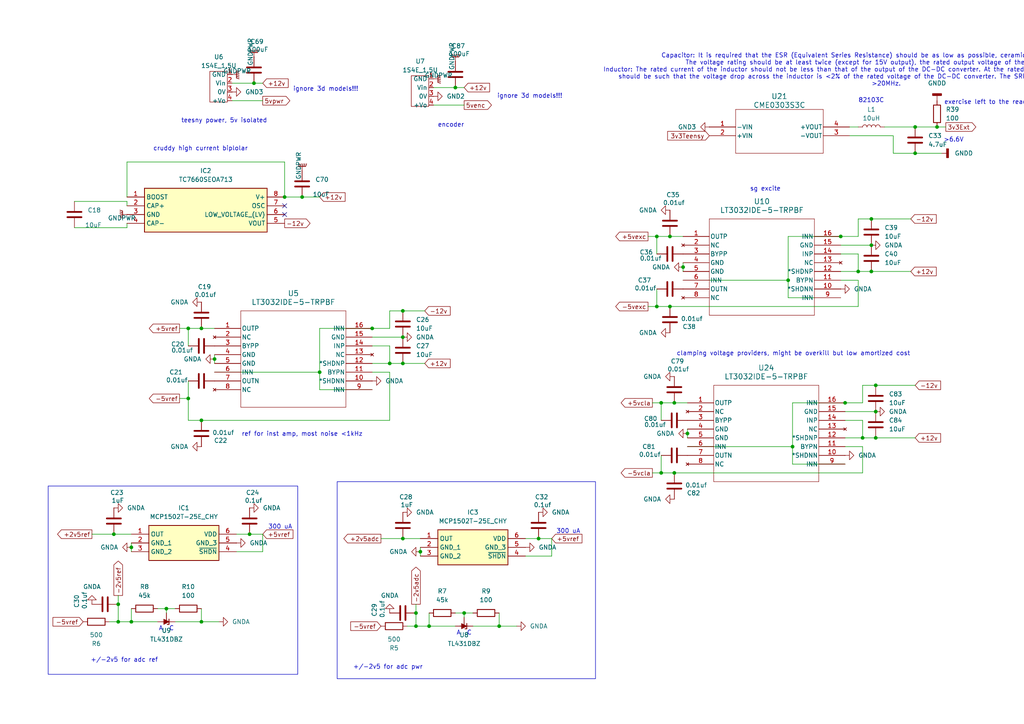
<source format=kicad_sch>
(kicad_sch (version 20231120) (generator "eeschema") (generator_version "8.0")
  (paper "A4")
  (lib_symbols
    (symbol "C_1" (pin_numbers hide) (pin_names (offset 0.254))
      (property "Reference" "C" (at 0.635 2.54 0))
      (property "Value" "C" (at 0.635 -2.54 0))
      (symbol "C_1_0_1"
        (polyline (pts (xy -2.032 -0.762) (xy 2.032 -0.762)) (stroke (width 0.508)))
        (polyline (pts (xy -2.032 0.762) (xy 2.032 0.762)) (stroke (width 0.508)))
      )
      (symbol "C_1_1_1"
        (pin passive line (at 0 3.81 270) (length 2.794) (name "~") (number "1"))
        (pin passive line (at 0 -3.81 90) (length 2.794) (name "~") (number "2"))
      )
    )
    (symbol "Device:C" (pin_numbers hide) (pin_names (offset 0.254))
      (property "Reference" "C" (at 0.635 2.54 0))
      (property "Value" "C" (at 0.635 -2.54 0))
      (symbol "C_0_1"
        (polyline (pts (xy -2.032 -0.762) (xy 2.032 -0.762)) (stroke (width 0.508)))
        (polyline (pts (xy -2.032 0.762) (xy 2.032 0.762)) (stroke (width 0.508)))
      )
      (symbol "C_1_1"
        (pin passive line (at 0 3.81 270) (length 2.794) (name "~") (number "1"))
        (pin passive line (at 0 -3.81 90) (length 2.794) (name "~") (number "2"))
      )
    )
    (symbol "Device:L" (pin_numbers hide) (pin_names (offset 1.016) hide)
      (property "Reference" "L" (at -1.27 0 90))
      (property "Value" "L" (at 1.905 0 90))
      (symbol "L_0_1"
        (arc (start 0 -2.54) (mid 0.6323 -1.905) (end 0 -1.27))
        (arc (start 0 -1.27) (mid 0.6323 -0.635) (end 0 0))
        (arc (start 0 0) (mid 0.6323 0.635) (end 0 1.27))
        (arc (start 0 1.27) (mid 0.6323 1.905) (end 0 2.54))
      )
      (symbol "L_1_1"
        (pin passive line (at 0 3.81 270) (length 1.27) (name "1") (number "1"))
        (pin passive line (at 0 -3.81 90) (length 1.27) (name "2") (number "2"))
      )
    )
    (symbol "Device:R" (pin_numbers hide) (pin_names (offset 0))
      (property "Reference" "R" (at 2.032 0 90))
      (property "Value" "R" (at 0 0 90))
      (symbol "R_0_1"
        (rectangle (start -1.016 -2.54) (end 1.016 2.54) (stroke (width 0.254)))
      )
      (symbol "R_1_1"
        (pin passive line (at 0 3.81 270) (length 1.27) (name "~") (number "1"))
        (pin passive line (at 0 -3.81 90) (length 1.27) (name "~") (number "2"))
      )
    )
    (symbol "GNDA_1" (power) (pin_numbers hide) (pin_names (offset 0) hide)
      (property "Value" "GNDA" (at 0 -3.81 0))
      (symbol "GNDA_1_0_1"
        (polyline (pts (xy 0 0) (xy 0 -1.27) (xy 1.27 -1.27) (xy 0 -2.54) (xy -1.27 -1.27) (xy 0 -1.27)))
      )
      (symbol "GNDA_1_1_1"
        (pin power_in line (at 0 0 270) (length 0) (name "~") (number "1"))
      )
    )
    (symbol "Reference_Voltage:TL431DBZ" (pin_numbers hide) (pin_names hide)
      (property "Reference" "U" (at -2.54 2.54 0))
      (property "Value" "TL431DBZ" (at 0 -2.54 0))
      (symbol "TL431DBZ_0_1"
        (polyline (pts (xy -1.27 0) (xy 0 0) (xy 1.27 0)))
        (polyline (pts (xy -0.762 -0.762) (xy -0.762 0.762) (xy 0.762 0) (xy -0.762 -0.762)) (fill (type outline)))
        (polyline (pts (xy 0.254 -0.762) (xy 0.762 -0.762) (xy 0.762 0.762) (xy 0.762 0.762)) (stroke (width 0.254)))
      )
      (symbol "TL431DBZ_1_1"
        (pin passive line (at 2.54 0 180) (length 2.54) (name "K") (number "1"))
        (pin passive line (at 0 2.54 270) (length 2.54) (name "REF") (number "2"))
        (pin passive line (at -2.54 0 0) (length 2.54) (name "A") (number "3"))
      )
    )
    (symbol "dyno_inst_sym:1S4E_0505S1.5U"
      (property "Reference" "U" (at 0 4.826 0))
      (property "Value" "1S4E_1.5U" (at 0 0 0))
      (symbol "1S4E_0505S1.5U_0_1"
        (rectangle (start -2.6378 3.4211) (end 2.4422 -5.4689))
      )
      (symbol "1S4E_0505S1.5U_1_1"
        (pin power_out line (at 3.81 2.54 180) (length 1.27) (name "GND") (number "1"))
        (pin power_in line (at 3.81 0 180) (length 1.27) (name "Vin") (number "2"))
        (pin power_out line (at 3.81 -2.54 180) (length 1.27) (name "0V") (number "3"))
        (pin power_out line (at 3.81 -5.08 180) (length 1.27) (name "+Vo") (number "4"))
      )
    )
    (symbol "dyno_inst_sym:CME0303S3C" (pin_names (offset 0.254))
      (property "Reference" "U" (at 20.32 10.16 0))
      (property "Value" "CME0303S3C" (at 20.32 7.62 0))
      (symbol "CME0303S3C_0_1"
        (polyline (pts (xy 7.62 -7.62) (xy 33.02 -7.62)) (stroke (width 0.127)))
        (polyline (pts (xy 7.62 5.08) (xy 7.62 -7.62)) (stroke (width 0.127)))
        (polyline (pts (xy 33.02 -7.62) (xy 33.02 5.08)) (stroke (width 0.127)))
        (polyline (pts (xy 33.02 5.08) (xy 7.62 5.08)) (stroke (width 0.127)))
        (pin power_in line (at 0 0 0) (length 7.62) (name "-VIN") (number "1"))
        (pin power_in line (at 0 -2.54 0) (length 7.62) (name "+VIN") (number "2"))
        (pin power_in line (at 40.64 -2.54 180) (length 7.62) (name "-VOUT") (number "3"))
        (pin power_in line (at 40.64 0 180) (length 7.62) (name "+VOUT") (number "4"))
      )
    )
    (symbol "dyno_inst_sym:LT3032IDE-5-TRPBF" (pin_names (offset 0.254))
      (property "Reference" "U" (at 22.86 10.16 0))
      (property "Value" "LT3032IDE-5-TRPBF" (at 22.86 7.62 0))
      (symbol "LT3032IDE-5-TRPBF_0_1"
        (polyline (pts (xy 7.62 -22.86) (xy 38.1 -22.86)) (stroke (width 0.127)))
        (polyline (pts (xy 7.62 5.08) (xy 7.62 -22.86)) (stroke (width 0.127)))
        (polyline (pts (xy 38.1 -22.86) (xy 38.1 5.08)) (stroke (width 0.127)))
        (polyline (pts (xy 38.1 5.08) (xy 7.62 5.08)) (stroke (width 0.127)))
        (pin output line (at 0 0 0) (length 7.62) (name "OUTP") (number "1"))
        (pin input line (at 45.72 -15.24 180) (length 7.62) (name "*SHDNN") (number "10"))
        (pin unspecified line (at 45.72 -12.7 180) (length 7.62) (name "BYPN") (number "11"))
        (pin input line (at 45.72 -10.16 180) (length 7.62) (name "*SHDNP") (number "12"))
        (pin no_connect line (at 45.72 -7.62 180) (length 7.62) (name "NC") (number "13"))
        (pin input line (at 45.72 -5.08 180) (length 7.62) (name "INP") (number "14"))
        (pin power_out line (at 45.72 -2.54 180) (length 7.62) (name "GND") (number "15"))
        (pin input line (at 45.72 0 180) (length 7.62) (name "INN") (number "16"))
        (pin no_connect line (at 0 -2.54 0) (length 7.62) (name "NC") (number "2"))
        (pin unspecified line (at 0 -5.08 0) (length 7.62) (name "BYPP") (number "3"))
        (pin power_out line (at 0 -7.62 0) (length 7.62) (name "GND") (number "4"))
        (pin power_out line (at 0 -10.16 0) (length 7.62) (name "GND") (number "5"))
        (pin input line (at 0 -12.7 0) (length 7.62) (name "INN") (number "6"))
        (pin output line (at 0 -15.24 0) (length 7.62) (name "OUTN") (number "7"))
        (pin no_connect line (at 0 -17.78 0) (length 7.62) (name "NC") (number "8"))
        (pin input line (at 45.72 -17.78 180) (length 7.62) (name "INN") (number "9"))
      )
    )
    (symbol "dyno_inst_sym:MCP1502T-50E_CHY"
      (property "Reference" "IC2" (at 15.24 7.62 0))
      (property "Value" "MCP1502T-25E_CHY" (at 15.24 5.08 0))
      (symbol "MCP1502T-50E_CHY_1_1"
        (rectangle (start 5.08 2.54) (end 25.4 -7.62) (stroke (width 0.254)) (fill (type background)))
        (pin passive line (at 0 0 0) (length 5.08) (name "OUT") (number "1"))
        (pin passive line (at 0 -2.54 0) (length 5.08) (name "GND_1") (number "2"))
        (pin passive line (at 0 -5.08 0) (length 5.08) (name "GND_2") (number "3"))
        (pin passive line (at 30.48 -5.08 180) (length 5.08) (name "~{SHDN}") (number "4"))
        (pin passive line (at 30.48 -2.54 180) (length 5.08) (name "GND_3") (number "5"))
        (pin passive line (at 30.48 0 180) (length 5.08) (name "VDD") (number "6"))
      )
    )
    (symbol "dyno_inst_sym:TC7660SEOA713"
      (property "Reference" "IC" (at 41.91 7.62 0))
      (property "Value" "TC7660SEOA713" (at 41.91 5.08 0))
      (symbol "TC7660SEOA713_1_1"
        (rectangle (start 5.08 2.54) (end 40.64 -10.16) (stroke (width 0.254)) (fill (type background)))
        (pin passive line (at 0 0 0) (length 5.08) (name "BOOST") (number "1"))
        (pin passive line (at 0 -2.54 0) (length 5.08) (name "CAP+") (number "2"))
        (pin passive line (at 0 -5.08 0) (length 5.08) (name "GND") (number "3"))
        (pin passive line (at 0 -7.62 0) (length 5.08) (name "CAP-") (number "4"))
        (pin passive line (at 45.72 -7.62 180) (length 5.08) (name "VOUT") (number "5"))
        (pin passive line (at 45.72 -5.08 180) (length 5.08) (name "LOW_VOLTAGE_(LV)") (number "6"))
        (pin passive line (at 45.72 -2.54 180) (length 5.08) (name "OSC") (number "7"))
        (pin passive line (at 45.72 0 180) (length 5.08) (name "V+") (number "8"))
      )
    )
    (symbol "power:GND2" (power) (pin_numbers hide) (pin_names (offset 0) hide)
      (property "Value" "GND2" (at 0 -3.81 0))
      (symbol "GND2_0_1"
        (polyline (pts (xy 0 0) (xy 0 -1.27) (xy 1.27 -1.27) (xy 0 -2.54) (xy -1.27 -1.27) (xy 0 -1.27)))
      )
      (symbol "GND2_1_1"
        (pin power_in line (at 0 0 270) (length 0) (name "~") (number "1"))
      )
    )
    (symbol "power:GND3" (power) (pin_numbers hide) (pin_names (offset 0) hide)
      (property "Value" "GND3" (at 0 -3.81 0))
      (symbol "GND3_0_1"
        (polyline (pts (xy 0 0) (xy 0 -1.27) (xy 1.27 -1.27) (xy 0 -2.54) (xy -1.27 -1.27) (xy 0 -1.27)))
      )
      (symbol "GND3_1_1"
        (pin power_in line (at 0 0 270) (length 0) (name "~") (number "1"))
      )
    )
    (symbol "power:GNDD" (power) (pin_names (offset 0))
      (property "Value" "GNDD" (at 0 -3.175 0))
      (symbol "GNDD_0_1"
        (rectangle (start -1.27 -1.524) (end 1.27 -2.032) (stroke (width 0.254)) (fill (type outline)))
        (polyline (pts (xy 0 0) (xy 0 -1.524)))
      )
      (symbol "GNDD_1_1"
        (pin power_in line (at 0 0 270) (length 0) hide (name "GNDD") (number "1"))
      )
    )
    (symbol "power:GNDPWR" (power) (pin_numbers hide) (pin_names (offset 0) hide)
      (property "Value" "GNDPWR" (at 0 -3.302 0))
      (symbol "GNDPWR_0_1"
        (polyline (pts (xy 0 -1.27) (xy 0 0)))
        (polyline (pts (xy -1.016 -1.27) (xy -1.27 -2.032) (xy -1.27 -2.032)) (stroke (width 0.2032)))
        (polyline (pts (xy -0.508 -1.27) (xy -0.762 -2.032) (xy -0.762 -2.032)) (stroke (width 0.2032)))
        (polyline (pts (xy 0 -1.27) (xy -0.254 -2.032) (xy -0.254 -2.032)) (stroke (width 0.2032)))
        (polyline (pts (xy 0.508 -1.27) (xy 0.254 -2.032) (xy 0.254 -2.032)) (stroke (width 0.2032)))
        (polyline (pts (xy 1.016 -1.27) (xy -1.016 -1.27) (xy -1.016 -1.27)) (stroke (width 0.2032)))
        (polyline (pts (xy 1.016 -1.27) (xy 0.762 -2.032) (xy 0.762 -2.032) (xy 0.762 -2.032)) (stroke (width 0.2032)))
      )
      (symbol "GNDPWR_1_1"
        (pin power_in line (at 0 0 270) (length 0) (name "~") (number "1"))
      )
    )
  )
  (junction (at 54.61 115.57))
  (junction (at 132.08 25.4))
  (junction (at 254 119.38))
  (junction (at 252.73 63.5))
  (junction (at 265.43 44.45))
  (junction (at 228.6 81.28))
  (junction (at 144.78 181.61))
  (junction (at 107.95 95.25))
  (junction (at 82.55 57.15))
  (junction (at 73.66 24.13))
  (junction (at 199.39 125.73))
  (junction (at 190.5 68.58))
  (junction (at 92.71 107.95))
  (junction (at 58.42 180.34))
  (junction (at 120.65 181.61))
  (junction (at 58.42 121.92))
  (junction (at 134.62 177.8))
  (junction (at 48.26 176.53))
  (junction (at 34.29 180.34))
  (junction (at 120.65 177.8))
  (junction (at 58.42 95.25))
  (junction (at 252.73 71.12))
  (junction (at 248.92 78.74))
  (junction (at 194.31 88.9))
  (junction (at 198.12 77.47))
  (junction (at 116.84 105.41))
  (junction (at 38.1 158.75))
  (junction (at 271.78 36.83))
  (junction (at 254 127))
  (junction (at 229.87 129.54))
  (junction (at 116.84 90.17))
  (junction (at 195.58 116.84))
  (junction (at 191.77 137.16))
  (junction (at 243.84 68.58))
  (junction (at 87.63 57.15))
  (junction (at 34.29 175.26))
  (junction (at 38.1 180.34))
  (junction (at 195.58 137.16))
  (junction (at 156.21 156.21))
  (junction (at 116.84 156.21))
  (junction (at 54.61 95.25))
  (junction (at 124.46 181.61))
  (junction (at 113.03 105.41))
  (junction (at 116.84 97.79))
  (junction (at 72.39 154.94))
  (junction (at 194.31 68.58))
  (junction (at 254 111.76))
  (junction (at 245.11 116.84))
  (junction (at 265.43 36.83))
  (junction (at 191.77 116.84))
  (junction (at 252.73 78.74))
  (junction (at 33.02 154.94))
  (junction (at 190.5 88.9))
  (junction (at 250.19 127))
  (junction (at 121.92 160.02))
  (junction (at 62.23 104.14))
  (no_connect (at 82.55 59.69))
  (no_connect (at 82.55 62.23))
  (wire (pts (xy 194.31 68.58) (xy 198.12 68.58)))
  (wire (pts (xy 62.23 104.14) (xy 62.23 105.41)))
  (wire (pts (xy 248.92 68.58) (xy 243.84 68.58)))
  (wire (pts (xy 76.2 160.02) (xy 76.2 154.94)))
  (wire (pts (xy 113.03 90.17) (xy 113.03 95.25)))
  (wire (pts (xy 137.16 181.61) (xy 144.78 181.61)))
  (wire (pts (xy 120.65 181.61) (xy 118.11 181.61)))
  (wire (pts (xy 190.5 73.66) (xy 190.5 68.58)))
  (wire (pts (xy 191.77 116.84) (xy 195.58 116.84)))
  (wire (pts (xy 189.23 137.16) (xy 191.77 137.16)))
  (wire (pts (xy 254 111.76) (xy 250.19 111.76)))
  (wire (pts (xy 72.39 154.94) (xy 76.2 154.94)))
  (wire (pts (xy 228.6 86.36) (xy 243.84 86.36)))
  (wire (pts (xy 38.1 158.75) (xy 38.1 157.48)))
  (wire (pts (xy 190.5 68.58) (xy 194.31 68.58)))
  (wire (pts (xy 58.42 121.92) (xy 113.03 121.92)))
  (wire (pts (xy 52.07 95.25) (xy 54.61 95.25)))
  (wire (pts (xy 48.26 177.8) (xy 48.26 176.53)))
  (wire (pts (xy 113.03 107.95) (xy 107.95 107.95)))
  (wire (pts (xy 195.58 116.84) (xy 199.39 116.84)))
  (wire (pts (xy 190.5 83.82) (xy 190.5 88.9)))
  (wire (pts (xy 54.61 110.49) (xy 54.61 115.57)))
  (wire (pts (xy 26.67 154.94) (xy 33.02 154.94)))
  (wire (pts (xy 45.72 176.53) (xy 48.26 176.53)))
  (wire (pts (xy 54.61 100.33) (xy 54.61 95.25)))
  (wire (pts (xy 187.96 68.58) (xy 190.5 68.58)))
  (wire (pts (xy 156.21 156.21) (xy 160.02 156.21)))
  (wire (pts (xy 250.19 137.16) (xy 250.19 129.54)))
  (wire (pts (xy 38.1 180.34) (xy 34.29 180.34)))
  (wire (pts (xy 68.58 160.02) (xy 76.2 160.02)))
  (wire (pts (xy 45.72 180.34) (xy 38.1 180.34)))
  (wire (pts (xy 82.55 46.99) (xy 82.55 57.15)))
  (wire (pts (xy 132.08 181.61) (xy 124.46 181.61)))
  (wire (pts (xy 113.03 100.33) (xy 113.03 105.41)))
  (wire (pts (xy 228.6 68.58) (xy 228.6 81.28)))
  (wire (pts (xy 252.73 63.5) (xy 248.92 63.5)))
  (wire (pts (xy 82.55 57.15) (xy 87.63 57.15)))
  (wire (pts (xy 124.46 177.8) (xy 124.46 181.61)))
  (wire (pts (xy 121.92 160.02) (xy 121.92 158.75)))
  (wire (pts (xy 190.5 88.9) (xy 194.31 88.9)))
  (wire (pts (xy 58.42 95.25) (xy 62.23 95.25)))
  (wire (pts (xy 62.23 107.95) (xy 92.71 107.95)))
  (wire (pts (xy 54.61 95.25) (xy 58.42 95.25)))
  (wire (pts (xy 110.49 156.21) (xy 116.84 156.21)))
  (wire (pts (xy 58.42 176.53) (xy 58.42 180.34)))
  (wire (pts (xy 259.08 39.37) (xy 246.38 39.37)))
  (wire (pts (xy 243.84 68.58) (xy 228.6 68.58)))
  (wire (pts (xy 38.1 160.02) (xy 38.1 158.75)))
  (wire (pts (xy 199.39 125.73) (xy 199.39 127)))
  (wire (pts (xy 36.83 46.99) (xy 82.55 46.99)))
  (wire (pts (xy 254 111.76) (xy 265.43 111.76)))
  (wire (pts (xy 120.65 175.26) (xy 120.65 177.8)))
  (wire (pts (xy 273.05 44.45) (xy 265.43 44.45)))
  (wire (pts (xy 198.12 77.47) (xy 198.12 78.74)))
  (wire (pts (xy 245.11 127) (xy 250.19 127)))
  (wire (pts (xy 248.92 81.28) (xy 243.84 81.28)))
  (wire (pts (xy 116.84 90.17) (xy 113.03 90.17)))
  (wire (pts (xy 54.61 121.92) (xy 58.42 121.92)))
  (wire (pts (xy 113.03 121.92) (xy 113.03 107.95)))
  (wire (pts (xy 245.11 121.92) (xy 250.19 121.92)))
  (wire (pts (xy 271.78 36.83) (xy 265.43 36.83)))
  (wire (pts (xy 62.23 104.14) (xy 62.23 102.87)))
  (wire (pts (xy 248.92 78.74) (xy 252.73 78.74)))
  (wire (pts (xy 54.61 121.92) (xy 54.61 115.57)))
  (wire (pts (xy 36.83 57.15) (xy 36.83 46.99)))
  (wire (pts (xy 252.73 71.12) (xy 243.84 71.12)))
  (wire (pts (xy 92.71 107.95) (xy 92.71 113.03)))
  (wire (pts (xy 229.87 116.84) (xy 229.87 129.54)))
  (wire (pts (xy 121.92 161.29) (xy 121.92 160.02)))
  (wire (pts (xy 250.19 129.54) (xy 245.11 129.54)))
  (wire (pts (xy 120.65 177.8) (xy 120.65 181.61)))
  (wire (pts (xy 116.84 97.79) (xy 107.95 97.79)))
  (wire (pts (xy 33.02 154.94) (xy 38.1 154.94)))
  (wire (pts (xy 134.62 179.07) (xy 134.62 177.8)))
  (wire (pts (xy 243.84 78.74) (xy 248.92 78.74)))
  (wire (pts (xy 199.39 129.54) (xy 229.87 129.54)))
  (wire (pts (xy 250.19 111.76) (xy 250.19 116.84)))
  (wire (pts (xy 132.08 177.8) (xy 134.62 177.8)))
  (wire (pts (xy 187.96 88.9) (xy 190.5 88.9)))
  (wire (pts (xy 34.29 172.72) (xy 34.29 175.26)))
  (wire (pts (xy 73.66 24.13) (xy 67.31 24.13)))
  (wire (pts (xy 252.73 63.5) (xy 264.16 63.5)))
  (wire (pts (xy 152.4 156.21) (xy 156.21 156.21)))
  (wire (pts (xy 76.2 29.21) (xy 67.31 29.21)))
  (wire (pts (xy 248.92 36.83) (xy 246.38 36.83)))
  (wire (pts (xy 123.19 105.41) (xy 116.84 105.41)))
  (wire (pts (xy 144.78 177.8) (xy 144.78 181.61)))
  (wire (pts (xy 36.83 64.77) (xy 36.83 66.04)))
  (wire (pts (xy 36.83 66.04) (xy 21.59 66.04)))
  (wire (pts (xy 63.5 180.34) (xy 58.42 180.34)))
  (wire (pts (xy 265.43 44.45) (xy 259.08 44.45)))
  (wire (pts (xy 152.4 161.29) (xy 160.02 161.29)))
  (wire (pts (xy 134.62 25.4) (xy 132.08 25.4)))
  (wire (pts (xy 228.6 81.28) (xy 228.6 86.36)))
  (wire (pts (xy 107.95 95.25) (xy 92.71 95.25)))
  (wire (pts (xy 229.87 129.54) (xy 229.87 134.62)))
  (wire (pts (xy 198.12 81.28) (xy 228.6 81.28)))
  (wire (pts (xy 229.87 134.62) (xy 245.11 134.62)))
  (wire (pts (xy 34.29 175.26) (xy 34.29 180.34)))
  (wire (pts (xy 191.77 137.16) (xy 195.58 137.16)))
  (wire (pts (xy 34.29 180.34) (xy 31.75 180.34)))
  (wire (pts (xy 254 119.38) (xy 245.11 119.38)))
  (wire (pts (xy 191.77 132.08) (xy 191.77 137.16)))
  (wire (pts (xy 189.23 116.84) (xy 191.77 116.84)))
  (wire (pts (xy 264.16 78.74) (xy 252.73 78.74)))
  (wire (pts (xy 113.03 95.25) (xy 107.95 95.25)))
  (wire (pts (xy 194.31 88.9) (xy 248.92 88.9)))
  (wire (pts (xy 36.83 59.69) (xy 36.83 58.42)))
  (wire (pts (xy 52.07 115.57) (xy 54.61 115.57)))
  (wire (pts (xy 124.46 181.61) (xy 120.65 181.61)))
  (wire (pts (xy 48.26 176.53) (xy 50.8 176.53)))
  (wire (pts (xy 36.83 58.42) (xy 21.59 58.42)))
  (wire (pts (xy 116.84 90.17) (xy 123.19 90.17)))
  (wire (pts (xy 248.92 73.66) (xy 248.92 78.74)))
  (wire (pts (xy 38.1 176.53) (xy 38.1 180.34)))
  (wire (pts (xy 265.43 36.83) (xy 256.54 36.83)))
  (wire (pts (xy 248.92 88.9) (xy 248.92 81.28)))
  (wire (pts (xy 132.08 25.4) (xy 125.73 25.4)))
  (wire (pts (xy 250.19 121.92) (xy 250.19 127)))
  (wire (pts (xy 191.77 121.92) (xy 191.77 116.84)))
  (wire (pts (xy 50.8 180.34) (xy 58.42 180.34)))
  (wire (pts (xy 265.43 127) (xy 254 127)))
  (wire (pts (xy 245.11 116.84) (xy 229.87 116.84)))
  (wire (pts (xy 199.39 125.73) (xy 199.39 124.46)))
  (wire (pts (xy 149.86 181.61) (xy 144.78 181.61)))
  (wire (pts (xy 76.2 24.13) (xy 73.66 24.13)))
  (wire (pts (xy 134.62 30.48) (xy 125.73 30.48)))
  (wire (pts (xy 198.12 77.47) (xy 198.12 76.2)))
  (wire (pts (xy 87.63 57.15) (xy 92.71 57.15)))
  (wire (pts (xy 134.62 177.8) (xy 137.16 177.8)))
  (wire (pts (xy 160.02 161.29) (xy 160.02 156.21)))
  (wire (pts (xy 107.95 105.41) (xy 113.03 105.41)))
  (wire (pts (xy 92.71 95.25) (xy 92.71 107.95)))
  (wire (pts (xy 92.71 113.03) (xy 107.95 113.03)))
  (wire (pts (xy 274.32 36.83) (xy 271.78 36.83)))
  (wire (pts (xy 195.58 137.16) (xy 250.19 137.16)))
  (wire (pts (xy 259.08 44.45) (xy 259.08 39.37)))
  (wire (pts (xy 113.03 105.41) (xy 116.84 105.41)))
  (wire (pts (xy 250.19 116.84) (xy 245.11 116.84)))
  (wire (pts (xy 248.92 63.5) (xy 248.92 68.58)))
  (wire (pts (xy 243.84 73.66) (xy 248.92 73.66)))
  (wire (pts (xy 116.84 156.21) (xy 121.92 156.21)))
  (wire (pts (xy 250.19 127) (xy 254 127)))
  (wire (pts (xy 107.95 100.33) (xy 113.03 100.33)))
  (wire (pts (xy 68.58 154.94) (xy 72.39 154.94)))
  (rectangle (start 13.97 140.97) (end 86.36 195.58))
  (rectangle (start 97.79 139.7) (end 172.72 196.85))
  (text "cruddy high current biplolar" (at 58.166 43.18 0) (effects (font (size 1.27 1.27))))
  (text "clamping voltage providers, might be overkill but low amortized cost" (at 230.124 102.616 0) (effects (font (size 1.27 1.27))))
  (text "exercise left to the reader to figure out why this is here" (at 301.752 29.718 0) (effects (font (size 1.27 1.27))))
  (text "encoder" (at 130.81 36.322 0) (effects (font (size 1.27 1.27))))
  (text "Capacitor: It is required that the ESR (Equivalent Series Resistance) should be as low as possible, ceramic types are recommended.\nThe voltage rating should be at least twice (except for 15V output), the rated output voltage of the DC-DC converter.\nInductor: The rated current of the inductor should not be less than that of the output of the DC-DC converter. At the rated current, the DC resistance of the inductor\nshould be such that the voltage drop across the inductor is <2% of the rated voltage of the DC-DC converter. The SRF (Self Resonant Frequency) should be\n>20MHz." (at 257.048 20.32 0) (effects (font (size 1.27 1.27))))
  (text "ignore 3d models!!!" (at 94.488 25.908 0) (effects (font (size 1.27 1.27))))
  (text "+/-2v5 for adc pwr" (at 112.522 193.548 0) (effects (font (size 1.27 1.27))))
  (text "300 uA" (at 164.846 154.178 0) (effects (font (size 1.27 1.27))))
  (text "+/-2v5 for adc ref" (at 36.068 191.516 0) (effects (font (size 1.27 1.27))))
  (text "ignore 3d models!!!" (at 153.67 27.94 0) (effects (font (size 1.27 1.27))))
  (text "teesny power, 5v isolated" (at 65.024 35.052 0) (effects (font (size 1.27 1.27))))
  (text "300 uA" (at 81.28 152.908 0) (effects (font (size 1.27 1.27))))
  (text "A  C" (at 48.26 182.372 0) (effects (font (size 1.27 1.27))))
  (text ">6.6V" (at 276.606 40.64 0) (effects (font (size 1.27 1.27))))
  (text "sg excite" (at 221.996 54.864 0) (effects (font (size 1.27 1.27))))
  (text "A  C" (at 134.62 183.642 0) (effects (font (size 1.27 1.27))))
  (text "ref for inst amp, most noise <1kHz" (at 87.63 125.984 0) (effects (font (size 1.27 1.27))))
  (text " 82103C" (at 252.222 29.21 0) (effects (font (size 1.27 1.27))))
  (global_label "+12v" (shape input) (at 265.43 127 0) (property "Intersheetrefs" "${INTERSHEET_REFS}" (effects (hide yes))))
  (global_label "-5vcla" (shape output) (at 189.23 137.16 180) (property "Intersheetrefs" "${INTERSHEET_REFS}" (effects (hide yes))))
  (global_label "-2v5ref" (shape output) (at 34.29 172.72 90) (property "Intersheetrefs" "${INTERSHEET_REFS}" (effects (hide yes))))
  (global_label "3v3Teensy" (shape input) (at 205.74 39.37 180) (property "Intersheetrefs" "${INTERSHEET_REFS}" (effects (hide yes))))
  (global_label "-12v" (shape input) (at 264.16 63.5 0) (property "Intersheetrefs" "${INTERSHEET_REFS}" (effects (hide yes))))
  (global_label "+5vexc" (shape output) (at 187.96 68.58 180) (property "Intersheetrefs" "${INTERSHEET_REFS}" (effects (hide yes))))
  (global_label "-2v5adc" (shape output) (at 120.65 175.26 90) (property "Intersheetrefs" "${INTERSHEET_REFS}" (effects (hide yes))))
  (global_label "+12v" (shape input) (at 134.62 25.4 0) (property "Intersheetrefs" "${INTERSHEET_REFS}" (effects (hide yes))))
  (global_label "+5vref" (shape output) (at 52.07 95.25 180) (property "Intersheetrefs" "${INTERSHEET_REFS}" (effects (hide yes))))
  (global_label "-5vref" (shape input) (at 24.13 180.34 180) (property "Intersheetrefs" "${INTERSHEET_REFS}" (effects (hide yes))))
  (global_label "+12v" (shape input) (at 76.2 24.13 0) (property "Intersheetrefs" "${INTERSHEET_REFS}" (effects (hide yes))))
  (global_label "+5vref" (shape input) (at 160.02 156.21 0) (property "Intersheetrefs" "${INTERSHEET_REFS}" (effects (hide yes))))
  (global_label "+2v5adc" (shape output) (at 110.49 156.21 180) (property "Intersheetrefs" "${INTERSHEET_REFS}" (effects (hide yes))))
  (global_label "+12v" (shape input) (at 123.19 105.41 0) (property "Intersheetrefs" "${INTERSHEET_REFS}" (effects (hide yes))))
  (global_label "+12v" (shape input) (at 264.16 78.74 0) (property "Intersheetrefs" "${INTERSHEET_REFS}" (effects (hide yes))))
  (global_label "3v3Ext" (shape output) (at 274.32 36.83 0) (property "Intersheetrefs" "${INTERSHEET_REFS}" (effects (hide yes))))
  (global_label "-12v" (shape input) (at 123.19 90.17 0) (property "Intersheetrefs" "${INTERSHEET_REFS}" (effects (hide yes))))
  (global_label "+12v" (shape input) (at 92.71 57.15 0) (property "Intersheetrefs" "${INTERSHEET_REFS}" (effects (hide yes))))
  (global_label "-12v" (shape input) (at 265.43 111.76 0) (property "Intersheetrefs" "${INTERSHEET_REFS}" (effects (hide yes))))
  (global_label "-5vref" (shape input) (at 110.49 181.61 180) (property "Intersheetrefs" "${INTERSHEET_REFS}" (effects (hide yes))))
  (global_label "+5vref" (shape input) (at 76.2 154.94 0) (property "Intersheetrefs" "${INTERSHEET_REFS}" (effects (hide yes))))
  (global_label "5vpwr" (shape output) (at 76.2 29.21 0) (property "Intersheetrefs" "${INTERSHEET_REFS}" (effects (hide yes))))
  (global_label "+2v5ref" (shape output) (at 26.67 154.94 180) (property "Intersheetrefs" "${INTERSHEET_REFS}" (effects (hide yes))))
  (global_label "+5vcla" (shape output) (at 189.23 116.84 180) (property "Intersheetrefs" "${INTERSHEET_REFS}" (effects (hide yes))))
  (global_label "-5vexc" (shape output) (at 187.96 88.9 180) (property "Intersheetrefs" "${INTERSHEET_REFS}" (effects (hide yes))))
  (global_label "5venc" (shape output) (at 134.62 30.48 0) (property "Intersheetrefs" "${INTERSHEET_REFS}" (effects (hide yes))))
  (global_label "-12v" (shape output) (at 82.55 64.77 0) (property "Intersheetrefs" "${INTERSHEET_REFS}" (effects (hide yes))))
  (global_label "-5vref" (shape output) (at 52.07 115.57 180) (property "Intersheetrefs" "${INTERSHEET_REFS}" (effects (hide yes))))
  (symbol (lib_id "dyno_inst_sym:1S4E_0505S1.5U") (at 63.5 24.13 0) (unit 1)
    (property "Reference" "U6" (at 63.4511 16.51 0))
    (property "Value" "1S4E_1.5U" (at 63.4511 19.05 0))
    (property "Footprint" "Connector_PinHeader_2.54mm:PinHeader_1x04_P2.54mm_Vertical" (effects (hide yes)))
    (property "Description" "isolated dcdc, 5 vout" (effects (hide yes)))
  )
  (symbol (lib_id "power:GNDD") (at 273.05 44.45 90) (unit 1)
    (property "Reference" "#PWR050" (effects (hide yes)))
    (property "Value" "GNDD" (at 276.86 44.4499 90) (effects (justify right)))
  )
  (symbol (lib_name "GNDA_1") (lib_id "power:GNDA") (at 195.58 109.22 270) (unit 1)
    (property "Reference" "#PWR097" (effects (hide yes)))
    (property "Value" "GNDA" (at 191.77 109.2199 90) (effects (justify right)))
    (property "Description" "Power symbol creates a global label with name \"GNDA\" , analog ground" (effects (hide yes)))
  )
  (symbol (lib_name "GNDA_1") (lib_id "power:GNDA") (at 107.95 110.49 90) (unit 1)
    (property "Reference" "#PWR042" (effects (hide yes)))
    (property "Value" "GNDA" (at 111.76 110.4899 90) (effects (justify right)))
    (property "Description" "Power symbol creates a global label with name \"GNDA\" , analog ground" (effects (hide yes)))
  )
  (symbol (lib_name "GNDA_1") (lib_id "power:GNDA") (at 152.4 158.75 90) (unit 1)
    (property "Reference" "#PWR051" (effects (hide yes)))
    (property "Value" "GNDA" (at 156.21 158.7499 90) (effects (justify right)))
    (property "Description" "Power symbol creates a global label with name \"GNDA\" , analog ground" (effects (hide yes)))
  )
  (symbol (lib_id "Device:C") (at 265.43 40.64 0) (unit 1)
    (property "Reference" "C33" (at 269.24 39.37 0) (effects (justify left)))
    (property "Value" "4.7uF" (at 269.24 41.91 0) (effects (justify left)))
    (property "Footprint" "Capacitor_SMD:C_0402_1005Metric" (effects (hide yes)))
    (property "Description" "Unpolarized capacitor" (effects (hide yes)))
  )
  (symbol (lib_id "Device:C") (at 254 115.57 0) (unit 1)
    (property "Reference" "C83" (at 257.81 114.3 0) (effects (justify left)))
    (property "Value" "10uF" (at 257.81 116.84 0) (effects (justify left)))
    (property "Footprint" "Capacitor_SMD:C_1206_3216Metric" (effects (hide yes)))
    (property "Description" "Unpolarized capacitor" (effects (hide yes)))
  )
  (symbol (lib_name "GNDA_1") (lib_id "power:GNDA") (at 194.31 96.52 270) (mirror x) (unit 1)
    (property "Reference" "#PWR059" (effects (hide yes)))
    (property "Value" "GNDA" (at 190.5 96.5201 90) (effects (justify right)))
    (property "Description" "Power symbol creates a global label with name \"GNDA\" , analog ground" (effects (hide yes)))
  )
  (symbol (lib_name "GNDA_1") (lib_id "power:GNDA") (at 116.84 148.59 90) (unit 1)
    (property "Reference" "#PWR045" (effects (hide yes)))
    (property "Value" "GNDA" (at 120.65 148.5899 90) (effects (justify right)))
    (property "Description" "Power symbol creates a global label with name \"GNDA\" , analog ground" (effects (hide yes)))
  )
  (symbol (lib_name "GNDA_1") (lib_id "power:GNDA") (at 26.67 175.26 180) (unit 1)
    (property "Reference" "#PWR048" (effects (hide yes)))
    (property "Value" "GNDA" (at 26.67 170.18 0))
    (property "Description" "Power symbol creates a global label with name \"GNDA\" , analog ground" (effects (hide yes)))
  )
  (symbol (lib_name "GNDA_1") (lib_id "power:GNDA") (at 33.02 147.32 90) (unit 1)
    (property "Reference" "#PWR034" (effects (hide yes)))
    (property "Value" "GNDA" (at 36.83 147.3199 90) (effects (justify right)))
    (property "Description" "Power symbol creates a global label with name \"GNDA\" , analog ground" (effects (hide yes)))
  )
  (symbol (lib_id "Device:R") (at 140.97 177.8 90) (unit 1)
    (property "Reference" "R9" (at 140.97 171.45 90))
    (property "Value" "100" (at 140.97 173.99 90))
    (property "Footprint" "Resistor_SMD:R_0402_1005Metric" (effects (hide yes)))
    (property "Description" "Resistor" (effects (hide yes)))
  )
  (symbol (lib_id "Device:R") (at 128.27 177.8 90) (unit 1)
    (property "Reference" "R7" (at 128.27 171.45 90))
    (property "Value" "45k" (at 128.27 173.99 90))
    (property "Footprint" "Resistor_SMD:R_0402_1005Metric" (effects (hide yes)))
    (property "Description" "Resistor" (effects (hide yes)))
  )
  (symbol (lib_id "dyno_inst_sym:LT3032IDE-5-TRPBF") (at 199.39 116.84 0) (unit 1)
    (property "Reference" "U24" (at 222.25 106.68 0) (effects (font (size 1.524 1.524))))
    (property "Value" "LT3032IDE-5-TRPBF" (at 222.25 109.22 0) (effects (font (size 1.524 1.524))))
    (property "Footprint" "dynoinst_fp:DFN14_DE14MA_ADI" (effects (hide yes)))
    (property "Datasheet" "LT3032IDE-5-TRPBF" (effects (hide yes)))
    (property "Description" "+/-5 v" (effects (hide yes)))
  )
  (symbol (lib_name "GNDA_1") (lib_id "power:GNDA") (at 199.39 125.73 270) (unit 1)
    (property "Reference" "#PWR099" (effects (hide yes)))
    (property "Value" "GNDA" (at 195.58 125.7299 90) (effects (justify right)))
    (property "Description" "Power symbol creates a global label with name \"GNDA\" , analog ground" (effects (hide yes)))
  )
  (symbol (lib_name "GNDA_1") (lib_id "power:GNDA") (at 62.23 104.14 270) (unit 1)
    (property "Reference" "#PWR035" (effects (hide yes)))
    (property "Value" "GNDA" (at 58.42 104.1399 90) (effects (justify right)))
    (property "Description" "Power symbol creates a global label with name \"GNDA\" , analog ground" (effects (hide yes)))
  )
  (symbol (lib_id "Device:C") (at 72.39 151.13 0) (unit 1)
    (property "Reference" "C24" (at 73.279 142.875 0))
    (property "Value" "0.1uf" (at 73.533 145.161 0))
    (property "Footprint" "Capacitor_SMD:C_0402_1005Metric" (effects (hide yes)))
    (property "Description" "Unpolarized capacitor" (effects (hide yes)))
  )
  (symbol (lib_id "Device:C") (at 254 123.19 0) (unit 1)
    (property "Reference" "C84" (at 257.81 121.92 0) (effects (justify left)))
    (property "Value" "10uF" (at 257.81 124.46 0) (effects (justify left)))
    (property "Footprint" "Capacitor_SMD:C_1206_3216Metric" (effects (hide yes)))
    (property "Description" "Unpolarized capacitor" (effects (hide yes)))
  )
  (symbol (lib_id "Device:R") (at 41.91 176.53 90) (unit 1)
    (property "Reference" "R8" (at 41.91 170.18 90))
    (property "Value" "45k" (at 41.91 172.72 90))
    (property "Footprint" "Resistor_SMD:R_0402_1005Metric" (effects (hide yes)))
    (property "Description" "Resistor" (effects (hide yes)))
  )
  (symbol (lib_id "dyno_inst_sym:MCP1502T-50E_CHY") (at 38.1 154.94 0) (unit 1)
    (property "Reference" "IC1" (at 53.34 147.32 0))
    (property "Value" "MCP1502T-25E_CHY" (at 53.34 149.86 0))
    (property "Footprint" "dynoinst_fp:SOT95P280X145-6N" (effects (hide yes)))
    (property "Datasheet" "https://ww1.microchip.com/downloads/aemDocuments/documents/MSLD/ProductDocuments/DataSheets/MCP1502-Data-Sheet-20006593B.pdf" (effects (hide yes)))
    (property "Description" "Voltage References" (effects (hide yes)))
    (property "Height" "1.45" (effects (hide yes)))
    (property "Mouser Part Number" "579-MCP1502T-50E/CHY" (effects (hide yes)))
    (property "Mouser Price/Stock" "https://www.mouser.co.uk/ProductDetail/Microchip-Technology/MCP1502T-50E-CHY?qs=Li%252BoUPsLEnukQ4XpgK0TvA%3D%3D" (effects (hide yes)))
    (property "Manufacturer_Name" "Microchip" (effects (hide yes)))
    (property "Manufacturer_Part_Number" "MCP1502T-50E/CHY" (effects (hide yes)))
  )
  (symbol (lib_id "dyno_inst_sym:CME0303S3C") (at 205.74 36.83 0) (unit 1)
    (property "Reference" "U21" (at 226.06 27.94 0) (effects (font (size 1.524 1.524))))
    (property "Value" "CME0303S3C" (at 226.06 30.48 0) (effects (font (size 1.524 1.524))))
    (property "Footprint" "dynoinst_fp:SIP4_CME0303_MUR" (effects (hide yes)))
    (property "Datasheet" "CME0303S3C" (effects (hide yes)))
    (property "Description" "3v3/iso 3v3" (effects (hide yes)))
  )
  (symbol (lib_name "GNDA_1") (lib_id "power:GNDA") (at 252.73 71.12 90) (unit 1)
    (property "Reference" "#PWR063" (effects (hide yes)))
    (property "Value" "GNDA" (at 256.54 71.1199 90) (effects (justify right)))
    (property "Description" "Power symbol creates a global label with name \"GNDA\" , analog ground" (effects (hide yes)))
  )
  (symbol (lib_id "Device:C") (at 116.84 101.6 0) (unit 1)
    (property "Reference" "C27" (at 120.65 100.33 0) (effects (justify left)))
    (property "Value" "10uF" (at 120.65 102.87 0) (effects (justify left)))
    (property "Footprint" "Capacitor_SMD:C_1206_3216Metric" (effects (hide yes)))
    (property "Description" "Unpolarized capacitor" (effects (hide yes)))
  )
  (symbol (lib_id "dyno_inst_sym:TC7660SEOA713") (at 36.83 57.15 0) (unit 1)
    (property "Reference" "IC2" (at 59.69 49.53 0))
    (property "Value" "TC7660SEOA713" (at 59.69 52.07 0))
    (property "Footprint" "dynoinst_fp:SOIC127P600X175-8N" (effects (hide yes)))
    (property "Datasheet" "https://componentsearchengine.com/Datasheets/1/TC7660SEOA713.pdf" (effects (hide yes)))
    (property "Description" "Switching Voltage Regulators High Voltage" (effects (hide yes)))
    (property "Height" "1.75" (effects (hide yes)))
    (property "Mouser Part Number" "579-TC7660SEOA713" (effects (hide yes)))
    (property "Mouser Price/Stock" "https://www.mouser.co.uk/ProductDetail/Microchip-Technology/TC7660SEOA713?qs=zTHaqZazPEfX2%2FblRmW4uw%3D%3D" (effects (hide yes)))
    (property "Manufacturer_Name" "Microchip" (effects (hide yes)))
    (property "Manufacturer_Part_Number" "TC7660SEOA713" (effects (hide yes)))
  )
  (symbol (lib_name "GNDA_1") (lib_id "power:GNDA") (at 245.11 132.08 90) (unit 1)
    (property "Reference" "#PWR0100" (effects (hide yes)))
    (property "Value" "GNDA" (at 248.92 132.0799 90) (effects (justify right)))
    (property "Description" "Power symbol creates a global label with name \"GNDA\" , analog ground" (effects (hide yes)))
  )
  (symbol (lib_name "GNDA_1") (lib_id "power:GNDA") (at 68.58 157.48 90) (unit 1)
    (property "Reference" "#PWR040" (effects (hide yes)))
    (property "Value" "GNDA" (at 72.39 157.4799 90) (effects (justify right)))
    (property "Description" "Power symbol creates a global label with name \"GNDA\" , analog ground" (effects (hide yes)))
  )
  (symbol (lib_id "power:GND2") (at 125.73 27.94 90) (unit 1)
    (property "Reference" "#PWR043" (effects (hide yes)))
    (property "Value" "GND2" (at 129.54 27.9399 90) (effects (justify right)))
    (property "Description" "Power symbol creates a global label with name \"GND2\" , ground" (effects (hide yes)))
  )
  (symbol (lib_id "power:GND3") (at 67.31 26.67 90) (unit 1)
    (property "Reference" "#PWR039" (effects (hide yes)))
    (property "Value" "GND3" (at 71.12 26.6699 90) (effects (justify right)))
    (property "Description" "Power symbol creates a global label with name \"GND3\" , ground" (effects (hide yes)))
  )
  (symbol (lib_id "Device:C") (at 33.02 151.13 0) (unit 1)
    (property "Reference" "C23" (at 33.909 142.875 0))
    (property "Value" "1uF" (at 34.163 145.161 0))
    (property "Footprint" "Capacitor_SMD:C_0402_1005Metric" (effects (hide yes)))
    (property "Description" "Unpolarized capacitor" (effects (hide yes)))
  )
  (symbol (lib_id "power:GNDPWR") (at 73.66 16.51 180) (unit 1)
    (property "Reference" "#PWR091" (effects (hide yes)))
    (property "Value" "GNDPWR" (at 72.644 19.05 90) (effects (justify right)))
    (property "Description" "Power symbol creates a global label with name \"GNDPWR\" , global ground" (effects (hide yes)))
  )
  (symbol (lib_name "GNDA_1") (lib_id "power:GNDA") (at 254 119.38 90) (unit 1)
    (property "Reference" "#PWR0101" (effects (hide yes)))
    (property "Value" "GNDA" (at 257.81 119.3799 90) (effects (justify right)))
    (property "Description" "Power symbol creates a global label with name \"GNDA\" , analog ground" (effects (hide yes)))
  )
  (symbol (lib_id "Device:C") (at 194.31 92.71 0) (mirror x) (unit 1)
    (property "Reference" "C38" (at 199.898 94.742 0))
    (property "Value" "0.01uf" (at 200.66 92.456 0))
    (property "Footprint" "Capacitor_SMD:C_0402_1005Metric" (effects (hide yes)))
    (property "Description" "Unpolarized capacitor" (effects (hide yes)))
  )
  (symbol (lib_id "Device:L") (at 252.73 36.83 90) (unit 1)
    (property "Reference" "L1" (at 252.73 31.75 90))
    (property "Value" "10uH" (at 252.73 34.29 90))
    (property "Footprint" "Inductor_SMD:L_1210_3225Metric" (effects (hide yes)))
    (property "Description" "Inductor" (effects (hide yes)))
  )
  (symbol (lib_id "Device:C") (at 194.31 73.66 90) (unit 1)
    (property "Reference" "C36" (at 187.452 73.152 90))
    (property "Value" "0.01uf" (at 188.722 74.93 90))
    (property "Footprint" "Capacitor_SMD:C_0402_1005Metric" (effects (hide yes)))
    (property "Description" "Unpolarized capacitor" (effects (hide yes)))
  )
  (symbol (lib_name "GNDA_1") (lib_id "power:GNDA") (at 116.84 97.79 90) (unit 1)
    (property "Reference" "#PWR044" (effects (hide yes)))
    (property "Value" "GNDA" (at 120.65 97.7899 90) (effects (justify right)))
    (property "Description" "Power symbol creates a global label with name \"GNDA\" , analog ground" (effects (hide yes)))
  )
  (symbol (lib_name "GNDA_1") (lib_id "power:GNDA") (at 194.31 60.96 270) (unit 1)
    (property "Reference" "#PWR058" (effects (hide yes)))
    (property "Value" "GNDA" (at 190.5 60.9599 90) (effects (justify right)))
    (property "Description" "Power symbol creates a global label with name \"GNDA\" , analog ground" (effects (hide yes)))
  )
  (symbol (lib_name "C_1") (lib_id "Device:C") (at 87.63 53.34 0) (unit 1)
    (property "Reference" "C70" (at 91.44 52.0699 0) (effects (justify left)))
    (property "Value" "10uF" (at 90.678 56.388 0) (effects (justify left)))
    (property "Footprint" "Capacitor_SMD:C_1206_3216Metric" (effects (hide yes)))
    (property "Description" "Unpolarized capacitor" (effects (hide yes)))
  )
  (symbol (lib_name "GNDA_1") (lib_id "power:GNDA") (at 58.42 129.54 270) (mirror x) (unit 1)
    (property "Reference" "#PWR033" (effects (hide yes)))
    (property "Value" "GNDA" (at 54.61 129.5401 90) (effects (justify right)))
    (property "Description" "Power symbol creates a global label with name \"GNDA\" , analog ground" (effects (hide yes)))
  )
  (symbol (lib_name "GNDA_1") (lib_id "power:GNDA") (at 149.86 181.61 90) (unit 1)
    (property "Reference" "#PWR053" (effects (hide yes)))
    (property "Value" "GNDA" (at 153.67 181.6099 90) (effects (justify right)))
    (property "Description" "Power symbol creates a global label with name \"GNDA\" , analog ground" (effects (hide yes)))
  )
  (symbol (lib_id "power:GNDPWR") (at 132.08 17.78 180) (unit 1)
    (property "Reference" "#PWR0106" (effects (hide yes)))
    (property "Value" "GNDPWR" (at 131.064 20.32 90) (effects (justify right)))
    (property "Description" "Power symbol creates a global label with name \"GNDPWR\" , global ground" (effects (hide yes)))
  )
  (symbol (lib_id "Device:R") (at 114.3 181.61 90) (mirror x) (unit 1)
    (property "Reference" "R5" (at 114.3 187.96 90))
    (property "Value" "500" (at 114.3 185.42 90))
    (property "Footprint" "Resistor_SMD:R_0402_1005Metric" (effects (hide yes)))
    (property "Description" "Resistor" (effects (hide yes)))
  )
  (symbol (lib_id "power:GND3") (at 205.74 36.83 270) (unit 1)
    (property "Reference" "#PWR049" (effects (hide yes)))
    (property "Value" "GND3" (at 201.93 36.8299 90) (effects (justify right)))
    (property "Description" "Power symbol creates a global label with name \"GND3\" , ground" (effects (hide yes)))
  )
  (symbol (lib_id "Device:C") (at 194.31 64.77 0) (unit 1)
    (property "Reference" "C35" (at 195.199 56.515 0))
    (property "Value" "0.01uf" (at 195.453 58.801 0))
    (property "Footprint" "Capacitor_SMD:C_0402_1005Metric" (effects (hide yes)))
    (property "Description" "Unpolarized capacitor" (effects (hide yes)))
  )
  (symbol (lib_id "Device:C") (at 195.58 132.08 90) (unit 1)
    (property "Reference" "C81" (at 188.214 129.54 90))
    (property "Value" "0.01uf" (at 188.468 131.826 90))
    (property "Footprint" "Capacitor_SMD:C_0402_1005Metric" (effects (hide yes)))
    (property "Description" "Unpolarized capacitor" (effects (hide yes)))
  )
  (symbol (lib_id "Device:R") (at 27.94 180.34 90) (mirror x) (unit 1)
    (property "Reference" "R6" (at 27.94 186.69 90))
    (property "Value" "500" (at 27.94 184.15 90))
    (property "Footprint" "Resistor_SMD:R_0402_1005Metric" (effects (hide yes)))
    (property "Description" "Resistor" (effects (hide yes)))
  )
  (symbol (lib_id "power:GNDPWR") (at 125.73 22.86 90) (unit 1)
    (property "Reference" "#PWR0104" (effects (hide yes)))
    (property "Value" "GNDPWR" (at 123.19 21.844 90) (effects (justify right)))
    (property "Description" "Power symbol creates a global label with name \"GNDPWR\" , global ground" (effects (hide yes)))
  )
  (symbol (lib_id "dyno_inst_sym:LT3032IDE-5-TRPBF") (at 62.23 95.25 0) (unit 1)
    (property "Reference" "U5" (at 85.09 85.09 0) (effects (font (size 1.524 1.524))))
    (property "Value" "LT3032IDE-5-TRPBF" (at 85.09 87.63 0) (effects (font (size 1.524 1.524))))
    (property "Footprint" "dynoinst_fp:DFN14_DE14MA_ADI" (effects (hide yes)))
    (property "Datasheet" "LT3032IDE-5-TRPBF" (effects (hide yes)))
    (property "Description" "+/-5 v" (effects (hide yes)))
  )
  (symbol (lib_name "C_1") (lib_id "Device:C") (at 21.59 62.23 0) (unit 1)
    (property "Reference" "C18" (at 25.4 60.9599 0) (effects (justify left)))
    (property "Value" "10uF" (at 24.638 65.278 0) (effects (justify left)))
    (property "Footprint" "Capacitor_SMD:C_1206_3216Metric" (effects (hide yes)))
    (property "Description" "Unpolarized capacitor" (effects (hide yes)))
  )
  (symbol (lib_id "power:GNDPWR") (at 87.63 49.53 180) (unit 1)
    (property "Reference" "#PWR092" (effects (hide yes)))
    (property "Value" "GNDPWR" (at 86.614 52.07 90) (effects (justify right)))
    (property "Description" "Power symbol creates a global label with name \"GNDPWR\" , global ground" (effects (hide yes)))
  )
  (symbol (lib_id "Device:C") (at 58.42 91.44 0) (unit 1)
    (property "Reference" "C19" (at 59.309 83.185 0))
    (property "Value" "0.01uf" (at 59.563 85.471 0))
    (property "Footprint" "Capacitor_SMD:C_0402_1005Metric" (effects (hide yes)))
    (property "Description" "Unpolarized capacitor" (effects (hide yes)))
  )
  (symbol (lib_id "dyno_inst_sym:MCP1502T-50E_CHY") (at 121.92 156.21 0) (unit 1)
    (property "Reference" "IC3" (at 137.16 148.59 0))
    (property "Value" "MCP1502T-25E_CHY" (at 137.16 151.13 0))
    (property "Footprint" "dynoinst_fp:SOT95P280X145-6N" (effects (hide yes)))
    (property "Datasheet" "https://ww1.microchip.com/downloads/aemDocuments/documents/MSLD/ProductDocuments/DataSheets/MCP1502-Data-Sheet-20006593B.pdf" (effects (hide yes)))
    (property "Description" "Voltage References" (effects (hide yes)))
    (property "Height" "1.45" (effects (hide yes)))
    (property "Mouser Part Number" "579-MCP1502T-50E/CHY" (effects (hide yes)))
    (property "Mouser Price/Stock" "https://www.mouser.co.uk/ProductDetail/Microchip-Technology/MCP1502T-50E-CHY?qs=Li%252BoUPsLEnukQ4XpgK0TvA%3D%3D" (effects (hide yes)))
    (property "Manufacturer_Name" "Microchip" (effects (hide yes)))
    (property "Manufacturer_Part_Number" "MCP1502T-50E/CHY" (effects (hide yes)))
  )
  (symbol (lib_id "power:GNDPWR") (at 67.31 21.59 90) (unit 1)
    (property "Reference" "#PWR038" (effects (hide yes)))
    (property "Value" "GNDPWR" (at 64.77 20.574 90) (effects (justify right)))
    (property "Description" "Power symbol creates a global label with name \"GNDPWR\" , global ground" (effects (hide yes)))
  )
  (symbol (lib_id "Device:C") (at 194.31 83.82 90) (unit 1)
    (property "Reference" "C37" (at 186.944 81.28 90))
    (property "Value" "0.01uf" (at 187.198 83.566 90))
    (property "Footprint" "Capacitor_SMD:C_0402_1005Metric" (effects (hide yes)))
    (property "Description" "Unpolarized capacitor" (effects (hide yes)))
  )
  (symbol (lib_id "Device:C") (at 58.42 125.73 0) (mirror x) (unit 1)
    (property "Reference" "C22" (at 64.008 127.762 0))
    (property "Value" "0.01uf" (at 64.77 125.476 0))
    (property "Footprint" "Capacitor_SMD:C_0402_1005Metric" (effects (hide yes)))
    (property "Description" "Unpolarized capacitor" (effects (hide yes)))
  )
  (symbol (lib_id "Device:C") (at 132.08 21.59 0) (unit 1)
    (property "Reference" "C87" (at 132.969 13.335 0))
    (property "Value" "100uF" (at 133.223 15.621 0))
    (property "Footprint" "Capacitor_SMD:C_1206_3216Metric" (effects (hide yes)))
    (property "Description" "Unpolarized capacitor" (effects (hide yes)))
  )
  (symbol (lib_id "power:GNDPWR") (at 36.83 62.23 270) (unit 1)
    (property "Reference" "#PWR037" (effects (hide yes)))
    (property "Value" "GNDPWR" (at 39.37 63.246 90) (effects (justify right)))
    (property "Description" "Power symbol creates a global label with name \"GNDPWR\" , global ground" (effects (hide yes)))
  )
  (symbol (lib_name "GNDA_1") (lib_id "power:GNDA") (at 156.21 148.59 90) (unit 1)
    (property "Reference" "#PWR052" (effects (hide yes)))
    (property "Value" "GNDA" (at 160.02 148.5899 90) (effects (justify right)))
    (property "Description" "Power symbol creates a global label with name \"GNDA\" , analog ground" (effects (hide yes)))
  )
  (symbol (lib_id "Device:C") (at 156.21 152.4 0) (unit 1)
    (property "Reference" "C32" (at 157.099 144.145 0))
    (property "Value" "0.1uf" (at 157.353 146.431 0))
    (property "Footprint" "Capacitor_SMD:C_0402_1005Metric" (effects (hide yes)))
    (property "Description" "Unpolarized capacitor" (effects (hide yes)))
  )
  (symbol (lib_id "Device:C") (at 30.48 175.26 90) (unit 1)
    (property "Reference" "C30" (at 22.225 174.371 0))
    (property "Value" "0.1uf" (at 24.511 174.117 0))
    (property "Footprint" "Capacitor_SMD:C_0402_1005Metric" (effects (hide yes)))
    (property "Description" "Unpolarized capacitor" (effects (hide yes)))
  )
  (symbol (lib_name "GNDA_1") (lib_id "power:GNDA") (at 38.1 158.75 270) (unit 1)
    (property "Reference" "#PWR036" (effects (hide yes)))
    (property "Value" "GNDA" (at 34.29 158.7499 90) (effects (justify right)))
    (property "Description" "Power symbol creates a global label with name \"GNDA\" , analog ground" (effects (hide yes)))
  )
  (symbol (lib_id "Device:C") (at 73.66 20.32 0) (unit 1)
    (property "Reference" "C69" (at 74.549 12.065 0))
    (property "Value" "100uF" (at 74.803 14.351 0))
    (property "Footprint" "Capacitor_SMD:C_1206_3216Metric" (effects (hide yes)))
    (property "Description" "Unpolarized capacitor" (effects (hide yes)))
  )
  (symbol (lib_id "dyno_inst_sym:LT3032IDE-5-TRPBF") (at 198.12 68.58 0) (unit 1)
    (property "Reference" "U10" (at 220.98 58.42 0) (effects (font (size 1.524 1.524))))
    (property "Value" "LT3032IDE-5-TRPBF" (at 220.98 60.96 0) (effects (font (size 1.524 1.524))))
    (property "Footprint" "dynoinst_fp:DFN14_DE14MA_ADI" (effects (hide yes)))
    (property "Datasheet" "LT3032IDE-5-TRPBF" (effects (hide yes)))
    (property "Description" "+/-5 v" (effects (hide yes)))
  )
  (symbol (lib_id "Device:C") (at 58.42 100.33 90) (unit 1)
    (property "Reference" "C20" (at 51.562 99.822 90))
    (property "Value" "0.01uf" (at 52.832 101.6 90))
    (property "Footprint" "Capacitor_SMD:C_0402_1005Metric" (effects (hide yes)))
    (property "Description" "Unpolarized capacitor" (effects (hide yes)))
  )
  (symbol (lib_id "Device:C") (at 252.73 67.31 0) (unit 1)
    (property "Reference" "C39" (at 256.54 66.04 0) (effects (justify left)))
    (property "Value" "10uF" (at 256.54 68.58 0) (effects (justify left)))
    (property "Footprint" "Capacitor_SMD:C_1206_3216Metric" (effects (hide yes)))
    (property "Description" "Unpolarized capacitor" (effects (hide yes)))
  )
  (symbol (lib_name "GNDA_1") (lib_id "power:GNDA") (at 198.12 77.47 270) (unit 1)
    (property "Reference" "#PWR060" (effects (hide yes)))
    (property "Value" "GNDA" (at 194.31 77.4699 90) (effects (justify right)))
    (property "Description" "Power symbol creates a global label with name \"GNDA\" , analog ground" (effects (hide yes)))
  )
  (symbol (lib_id "Device:C") (at 116.84 177.8 90) (unit 1)
    (property "Reference" "C29" (at 108.585 176.911 0))
    (property "Value" "0.1uf" (at 110.871 176.657 0))
    (property "Footprint" "Capacitor_SMD:C_0402_1005Metric" (effects (hide yes)))
    (property "Description" "Unpolarized capacitor" (effects (hide yes)))
  )
  (symbol (lib_id "Device:C") (at 195.58 113.03 0) (unit 1)
    (property "Reference" "C79" (at 196.469 104.775 0))
    (property "Value" "0.01uf" (at 196.723 107.061 0))
    (property "Footprint" "Capacitor_SMD:C_0402_1005Metric" (effects (hide yes)))
    (property "Description" "Unpolarized capacitor" (effects (hide yes)))
  )
  (symbol (lib_id "Device:R") (at 54.61 176.53 90) (unit 1)
    (property "Reference" "R10" (at 54.61 170.18 90))
    (property "Value" "100" (at 54.61 172.72 90))
    (property "Footprint" "Resistor_SMD:R_0402_1005Metric" (effects (hide yes)))
    (property "Description" "Resistor" (effects (hide yes)))
  )
  (symbol (lib_id "Device:C") (at 116.84 93.98 0) (unit 1)
    (property "Reference" "C26" (at 120.65 92.71 0) (effects (justify left)))
    (property "Value" "10uF" (at 120.65 95.25 0) (effects (justify left)))
    (property "Footprint" "Capacitor_SMD:C_1206_3216Metric" (effects (hide yes)))
    (property "Description" "Unpolarized capacitor" (effects (hide yes)))
  )
  (symbol (lib_name "GNDA_1") (lib_id "power:GNDA") (at 243.84 83.82 90) (unit 1)
    (property "Reference" "#PWR062" (effects (hide yes)))
    (property "Value" "GNDA" (at 247.65 83.8199 90) (effects (justify right)))
    (property "Description" "Power symbol creates a global label with name \"GNDA\" , analog ground" (effects (hide yes)))
  )
  (symbol (lib_name "GNDA_1") (lib_id "power:GNDA") (at 72.39 147.32 90) (unit 1)
    (property "Reference" "#PWR041" (effects (hide yes)))
    (property "Value" "GNDA" (at 76.2 147.3199 90) (effects (justify right)))
    (property "Description" "Power symbol creates a global label with name \"GNDA\" , analog ground" (effects (hide yes)))
  )
  (symbol (lib_id "Reference_Voltage:TL431DBZ") (at 48.26 180.34 0) (unit 1)
    (property "Reference" "U9" (at 48.26 182.88 0))
    (property "Value" "TL431DBZ" (at 48.26 185.42 0))
    (property "Footprint" "Package_TO_SOT_SMD:SOT-23" (effects (hide yes)))
    (property "Datasheet" "http://www.ti.com/lit/ds/symlink/tl431.pdf" (effects (hide yes)))
    (property "Description" "Shunt Regulator, SOT-23" (effects (hide yes)))
  )
  (symbol (lib_id "Device:C") (at 116.84 152.4 0) (unit 1)
    (property "Reference" "C28" (at 117.729 144.145 0))
    (property "Value" "1uF" (at 117.983 146.431 0))
    (property "Footprint" "Capacitor_SMD:C_0402_1005Metric" (effects (hide yes)))
    (property "Description" "Unpolarized capacitor" (effects (hide yes)))
  )
  (symbol (lib_name "GNDA_1") (lib_id "power:GNDA") (at 58.42 87.63 270) (unit 1)
    (property "Reference" "#PWR032" (effects (hide yes)))
    (property "Value" "GNDA" (at 54.61 87.6299 90) (effects (justify right)))
    (property "Description" "Power symbol creates a global label with name \"GNDA\" , analog ground" (effects (hide yes)))
  )
  (symbol (lib_id "Reference_Voltage:TL431DBZ") (at 134.62 181.61 0) (unit 1)
    (property "Reference" "U8" (at 134.62 184.15 0))
    (property "Value" "TL431DBZ" (at 134.62 186.69 0))
    (property "Footprint" "Package_TO_SOT_SMD:SOT-23" (effects (hide yes)))
    (property "Datasheet" "http://www.ti.com/lit/ds/symlink/tl431.pdf" (effects (hide yes)))
    (property "Description" "Shunt Regulator, SOT-23" (effects (hide yes)))
  )
  (symbol (lib_id "Device:R") (at 271.78 33.02 0) (unit 1)
    (property "Reference" "R39" (at 274.32 31.7499 0) (effects (justify left)))
    (property "Value" "100" (at 274.32 34.2899 0) (effects (justify left)))
    (property "Footprint" "Resistor_SMD:R_0402_1005Metric" (effects (hide yes)))
    (property "Description" "Resistor" (effects (hide yes)))
  )
  (symbol (lib_name "GNDA_1") (lib_id "power:GNDA") (at 121.92 160.02 270) (unit 1)
    (property "Reference" "#PWR046" (effects (hide yes)))
    (property "Value" "GNDA" (at 118.11 160.0199 90) (effects (justify right)))
    (property "Description" "Power symbol creates a global label with name \"GNDA\" , analog ground" (effects (hide yes)))
  )
  (symbol (lib_id "Device:C") (at 195.58 140.97 0) (mirror x) (unit 1)
    (property "Reference" "C82" (at 201.168 143.002 0))
    (property "Value" "0.01uf" (at 201.93 140.716 0))
    (property "Footprint" "Capacitor_SMD:C_0402_1005Metric" (effects (hide yes)))
    (property "Description" "Unpolarized capacitor" (effects (hide yes)))
  )
  (symbol (lib_name "GNDA_1") (lib_id "power:GNDA") (at 113.03 177.8 180) (unit 1)
    (property "Reference" "#PWR047" (effects (hide yes)))
    (property "Value" "GNDA" (at 113.03 172.72 0))
    (property "Description" "Power symbol creates a global label with name \"GNDA\" , analog ground" (effects (hide yes)))
  )
  (symbol (lib_id "Device:C") (at 195.58 121.92 90) (unit 1)
    (property "Reference" "C80" (at 188.722 121.412 90))
    (property "Value" "0.01uf" (at 189.992 123.19 90))
    (property "Footprint" "Capacitor_SMD:C_0402_1005Metric" (effects (hide yes)))
    (property "Description" "Unpolarized capacitor" (effects (hide yes)))
  )
  (symbol (lib_name "GNDA_1") (lib_id "power:GNDA") (at 63.5 180.34 90) (unit 1)
    (property "Reference" "#PWR054" (effects (hide yes)))
    (property "Value" "GNDA" (at 67.31 180.3399 90) (effects (justify right)))
    (property "Description" "Power symbol creates a global label with name \"GNDA\" , analog ground" (effects (hide yes)))
  )
  (symbol (lib_name "GNDA_1") (lib_id "power:GNDA") (at 195.58 144.78 270) (mirror x) (unit 1)
    (property "Reference" "#PWR098" (effects (hide yes)))
    (property "Value" "GNDA" (at 191.77 144.7801 90) (effects (justify right)))
    (property "Description" "Power symbol creates a global label with name \"GNDA\" , analog ground" (effects (hide yes)))
  )
  (symbol (lib_id "dyno_inst_sym:1S4E_0505S1.5U") (at 121.92 25.4 0) (unit 1)
    (property "Reference" "U7" (at 121.8711 17.78 0))
    (property "Value" "1S4E_1.5U" (at 121.8711 20.32 0))
    (property "Footprint" "Connector_PinHeader_2.54mm:PinHeader_1x04_P2.54mm_Vertical" (effects (hide yes)))
    (property "Description" "isolated dcdc, 5 vout" (effects (hide yes)))
  )
  (symbol (lib_id "Device:C") (at 252.73 74.93 0) (unit 1)
    (property "Reference" "C40" (at 256.54 73.66 0) (effects (justify left)))
    (property "Value" "10uF" (at 256.54 76.2 0) (effects (justify left)))
    (property "Footprint" "Capacitor_SMD:C_1206_3216Metric" (effects (hide yes)))
    (property "Description" "Unpolarized capacitor" (effects (hide yes)))
  )
  (symbol (lib_id "Device:C") (at 58.42 110.49 90) (unit 1)
    (property "Reference" "C21" (at 51.054 107.95 90))
    (property "Value" "0.01uf" (at 51.308 110.236 90))
    (property "Footprint" "Capacitor_SMD:C_0402_1005Metric" (effects (hide yes)))
    (property "Description" "Unpolarized capacitor" (effects (hide yes)))
  )
  (symbol (lib_id "power:GNDD") (at 271.78 29.21 180) (unit 1)
    (property "Reference" "#PWR0108" (effects (hide yes)))
    (property "Value" "GNDD" (at 271.78 24.13 0))
  )
)
</source>
